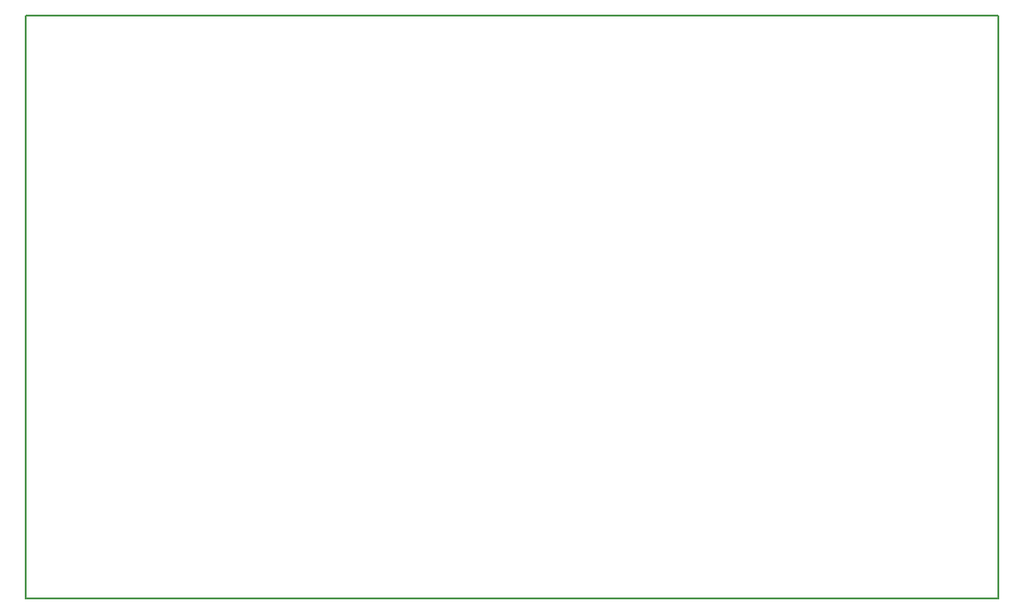
<source format=gm1>
G04 MADE WITH FRITZING*
G04 WWW.FRITZING.ORG*
G04 DOUBLE SIDED*
G04 HOLES PLATED*
G04 CONTOUR ON CENTER OF CONTOUR VECTOR*
%ASAXBY*%
%FSLAX23Y23*%
%MOIN*%
%OFA0B0*%
%SFA1.0B1.0*%
%ADD10R,3.543310X2.125980*%
%ADD11C,0.008000*%
%ADD10C,0.008*%
%LNCONTOUR*%
G90*
G70*
G54D10*
G54D11*
X4Y2122D02*
X3539Y2122D01*
X3539Y4D01*
X4Y4D01*
X4Y2122D01*
D02*
G04 End of contour*
M02*
</source>
